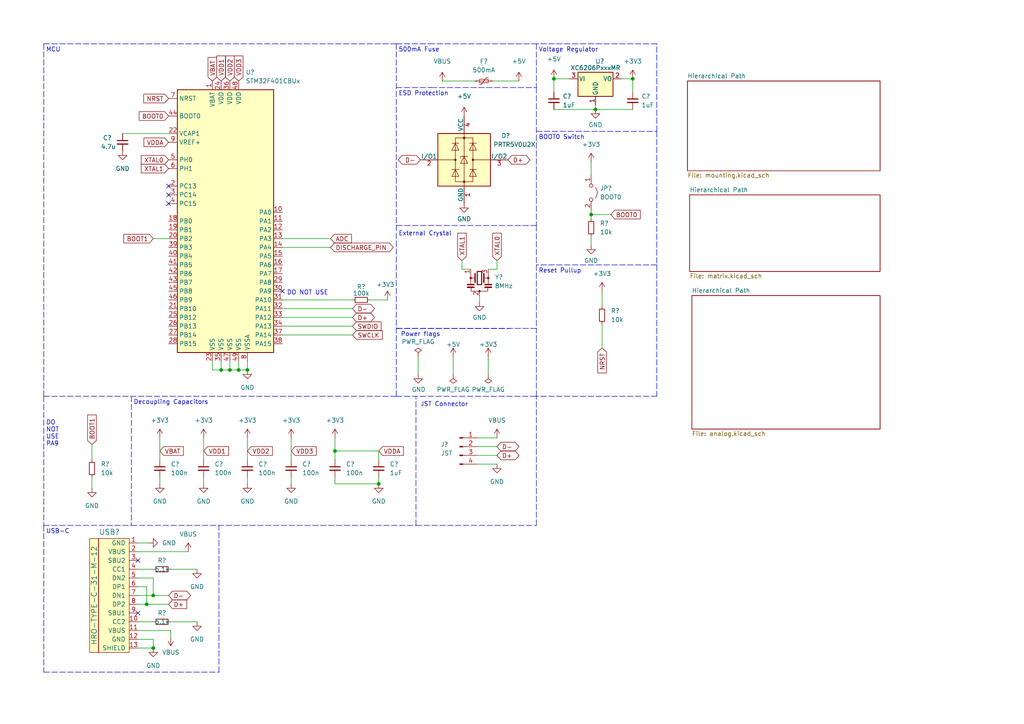
<source format=kicad_sch>
(kicad_sch (version 20211123) (generator eeschema)
  (paper "A4")
  (lib_symbols
    (symbol "Connector:Conn_01x04_Male" (pin_names (offset 1.016) hide)
      (property "Reference" "J" (at 0 5.08 0))
      (property "Value" "Conn_01x04_Male" (at 0 -7.62 0))
      (symbol "Conn_01x04_Male_1_1"
        (polyline (pts (xy 1.27 -5.08) (xy 0.8636 -5.08)) (stroke (width 0.1524)))
        (polyline (pts (xy 1.27 -2.54) (xy 0.8636 -2.54)) (stroke (width 0.1524)))
        (polyline (pts (xy 1.27 0) (xy 0.8636 0)) (stroke (width 0.1524)))
        (polyline (pts (xy 1.27 2.54) (xy 0.8636 2.54)) (stroke (width 0.1524)))
        (rectangle (start 0.8636 -4.953) (end 0 -5.207) (stroke (width 0.1524)) (fill (type outline)))
        (rectangle (start 0.8636 -2.413) (end 0 -2.667) (stroke (width 0.1524)) (fill (type outline)))
        (rectangle (start 0.8636 0.127) (end 0 -0.127) (stroke (width 0.1524)) (fill (type outline)))
        (rectangle (start 0.8636 2.667) (end 0 2.413) (stroke (width 0.1524)) (fill (type outline)))
        (pin passive line (at 5.08 2.54 180) (length 3.81) (name "Pin_1") (number "1"))
        (pin passive line (at 5.08 0 180) (length 3.81) (name "Pin_2") (number "2"))
        (pin passive line (at 5.08 -2.54 180) (length 3.81) (name "Pin_3") (number "3"))
        (pin passive line (at 5.08 -5.08 180) (length 3.81) (name "Pin_4") (number "4"))
      )
    )
    (symbol "Device:C_Small" (pin_numbers hide) (pin_names (offset 0.254) hide)
      (property "Reference" "C" (at 0.254 1.778 0))
      (property "Value" "C_Small" (at 0.254 -2.032 0))
      (symbol "C_Small_0_1"
        (polyline (pts (xy -1.524 -0.508) (xy 1.524 -0.508)) (stroke (width 0.3302)))
        (polyline (pts (xy -1.524 0.508) (xy 1.524 0.508)) (stroke (width 0.3048)))
      )
      (symbol "C_Small_1_1"
        (pin passive line (at 0 2.54 270) (length 2.032) (name "~") (number "1"))
        (pin passive line (at 0 -2.54 90) (length 2.032) (name "~") (number "2"))
      )
    )
    (symbol "Device:Polyfuse_Small" (pin_numbers hide) (pin_names (offset 0))
      (property "Reference" "F" (at -1.905 0 90))
      (property "Value" "Polyfuse_Small" (at 1.905 0 90))
      (symbol "Polyfuse_Small_0_1"
        (rectangle (start -0.508 1.27) (end 0.508 -1.27))
        (polyline (pts (xy 0 2.54) (xy 0 -2.54)))
        (polyline (pts (xy -1.016 1.27) (xy -1.016 0.762) (xy 1.016 -0.762) (xy 1.016 -1.27)))
      )
      (symbol "Polyfuse_Small_1_1"
        (pin passive line (at 0 2.54 270) (length 0.635) (name "~") (number "1"))
        (pin passive line (at 0 -2.54 90) (length 0.635) (name "~") (number "2"))
      )
    )
    (symbol "Device:R_Small" (pin_numbers hide) (pin_names (offset 0.254) hide)
      (property "Reference" "R" (at 0.762 0.508 0))
      (property "Value" "R_Small" (at 0.762 -1.016 0))
      (symbol "R_Small_0_1"
        (rectangle (start -0.762 1.778) (end 0.762 -1.778) (stroke (width 0.2032)))
      )
      (symbol "R_Small_1_1"
        (pin passive line (at 0 2.54 270) (length 0.762) (name "~") (number "1"))
        (pin passive line (at 0 -2.54 90) (length 0.762) (name "~") (number "2"))
      )
    )
    (symbol "Device:Resonator_Small" (pin_names (offset 1.016) hide)
      (property "Reference" "Y" (at 3.175 1.905 0))
      (property "Value" "Resonator_Small" (at 3.175 0 0))
      (symbol "Resonator_Small_0_1"
        (rectangle (start -3.556 -2.54) (end -1.524 -2.794) (fill (type outline)))
        (rectangle (start -3.556 -1.778) (end -1.524 -2.032) (fill (type outline)))
        (circle (center -2.54 0) (radius 0.254) (fill (type outline)))
        (rectangle (start -0.635 1.905) (end 0.635 -1.905) (stroke (width 0.3048)))
        (circle (center 0 -3.81) (radius 0.254) (fill (type outline)))
        (polyline (pts (xy -2.54 -1.778) (xy -2.54 0)))
        (polyline (pts (xy -2.54 0) (xy -1.397 0)))
        (polyline (pts (xy -2.54 1.27) (xy -2.54 0)))
        (polyline (pts (xy -1.27 -1.27) (xy -1.27 1.27)) (stroke (width 0.381)))
        (polyline (pts (xy 1.27 -1.27) (xy 1.27 1.27)) (stroke (width 0.381)))
        (polyline (pts (xy 1.27 0) (xy 2.54 0)))
        (polyline (pts (xy 2.54 0) (xy 2.54 -1.778)))
        (polyline (pts (xy 2.54 1.27) (xy 2.54 0)))
        (polyline (pts (xy 2.413 -2.794) (xy 2.413 -3.81) (xy -2.413 -3.81) (xy -2.413 -2.667)))
        (rectangle (start 1.524 -2.54) (end 3.556 -2.794) (fill (type outline)))
        (rectangle (start 1.524 -1.778) (end 3.556 -2.032) (fill (type outline)))
        (circle (center 2.54 0) (radius 0.254) (fill (type outline)))
      )
      (symbol "Resonator_Small_1_1"
        (pin passive line (at -2.54 2.54 270) (length 1.27) (name "1") (number "1"))
        (pin passive line (at 0 -5.08 90) (length 1.27) (name "2") (number "2"))
        (pin passive line (at 2.54 2.54 270) (length 1.27) (name "3") (number "3"))
      )
    )
    (symbol "Jumper:Jumper_2_Open" (pin_names (offset 0) hide)
      (property "Reference" "JP" (at 0 2.794 0))
      (property "Value" "Jumper_2_Open" (at 0 -2.286 0))
      (symbol "Jumper_2_Open_0_0"
        (circle (center -2.032 0) (radius 0.508))
        (circle (center 2.032 0) (radius 0.508))
      )
      (symbol "Jumper_2_Open_0_1"
        (arc (start 1.524 1.27) (mid 0 1.778) (end -1.524 1.27))
      )
      (symbol "Jumper_2_Open_1_1"
        (pin passive line (at -5.08 0 0) (length 2.54) (name "A") (number "1"))
        (pin passive line (at 5.08 0 180) (length 2.54) (name "B") (number "2"))
      )
    )
    (symbol "MCU_ST_STM32F4:STM32F401CBUx"
      (property "Reference" "U" (at -15.24 39.37 0))
      (property "Value" "STM32F401CBUx" (at 5.08 39.37 0))
      (symbol "STM32F401CBUx_0_1"
        (rectangle (start -15.24 -38.1) (end 12.7 38.1) (stroke (width 0.254)) (fill (type background)))
      )
      (symbol "STM32F401CBUx_1_1"
        (pin power_in line (at -5.08 40.64 270) (length 2.54) (name "VBAT") (number "1"))
        (pin bidirectional line (at 15.24 2.54 180) (length 2.54) (name "PA0") (number "10"))
        (pin bidirectional line (at 15.24 0 180) (length 2.54) (name "PA1") (number "11"))
        (pin bidirectional line (at 15.24 -2.54 180) (length 2.54) (name "PA2") (number "12"))
        (pin bidirectional line (at 15.24 -5.08 180) (length 2.54) (name "PA3") (number "13"))
        (pin bidirectional line (at 15.24 -7.62 180) (length 2.54) (name "PA4") (number "14"))
        (pin bidirectional line (at 15.24 -10.16 180) (length 2.54) (name "PA5") (number "15"))
        (pin bidirectional line (at 15.24 -12.7 180) (length 2.54) (name "PA6") (number "16"))
        (pin bidirectional line (at 15.24 -15.24 180) (length 2.54) (name "PA7") (number "17"))
        (pin bidirectional line (at -17.78 0 0) (length 2.54) (name "PB0") (number "18"))
        (pin bidirectional line (at -17.78 -2.54 0) (length 2.54) (name "PB1") (number "19"))
        (pin bidirectional line (at -17.78 10.16 0) (length 2.54) (name "PC13") (number "2"))
        (pin bidirectional line (at -17.78 -5.08 0) (length 2.54) (name "PB2") (number "20"))
        (pin bidirectional line (at -17.78 -25.4 0) (length 2.54) (name "PB10") (number "21"))
        (pin power_in line (at -17.78 25.4 0) (length 2.54) (name "VCAP1") (number "22"))
        (pin power_in line (at -5.08 -40.64 90) (length 2.54) (name "VSS") (number "23"))
        (pin power_in line (at -2.54 40.64 270) (length 2.54) (name "VDD") (number "24"))
        (pin bidirectional line (at -17.78 -27.94 0) (length 2.54) (name "PB12") (number "25"))
        (pin bidirectional line (at -17.78 -30.48 0) (length 2.54) (name "PB13") (number "26"))
        (pin bidirectional line (at -17.78 -33.02 0) (length 2.54) (name "PB14") (number "27"))
        (pin bidirectional line (at -17.78 -35.56 0) (length 2.54) (name "PB15") (number "28"))
        (pin bidirectional line (at 15.24 -17.78 180) (length 2.54) (name "PA8") (number "29"))
        (pin bidirectional line (at -17.78 7.62 0) (length 2.54) (name "PC14") (number "3"))
        (pin bidirectional line (at 15.24 -20.32 180) (length 2.54) (name "PA9") (number "30"))
        (pin bidirectional line (at 15.24 -22.86 180) (length 2.54) (name "PA10") (number "31"))
        (pin bidirectional line (at 15.24 -25.4 180) (length 2.54) (name "PA11") (number "32"))
        (pin bidirectional line (at 15.24 -27.94 180) (length 2.54) (name "PA12") (number "33"))
        (pin bidirectional line (at 15.24 -30.48 180) (length 2.54) (name "PA13") (number "34"))
        (pin power_in line (at -2.54 -40.64 90) (length 2.54) (name "VSS") (number "35"))
        (pin power_in line (at 0 40.64 270) (length 2.54) (name "VDD") (number "36"))
        (pin bidirectional line (at 15.24 -33.02 180) (length 2.54) (name "PA14") (number "37"))
        (pin bidirectional line (at 15.24 -35.56 180) (length 2.54) (name "PA15") (number "38"))
        (pin bidirectional line (at -17.78 -7.62 0) (length 2.54) (name "PB3") (number "39"))
        (pin bidirectional line (at -17.78 5.08 0) (length 2.54) (name "PC15") (number "4"))
        (pin bidirectional line (at -17.78 -10.16 0) (length 2.54) (name "PB4") (number "40"))
        (pin bidirectional line (at -17.78 -12.7 0) (length 2.54) (name "PB5") (number "41"))
        (pin bidirectional line (at -17.78 -15.24 0) (length 2.54) (name "PB6") (number "42"))
        (pin bidirectional line (at -17.78 -17.78 0) (length 2.54) (name "PB7") (number "43"))
        (pin input line (at -17.78 30.48 0) (length 2.54) (name "BOOT0") (number "44"))
        (pin bidirectional line (at -17.78 -20.32 0) (length 2.54) (name "PB8") (number "45"))
        (pin bidirectional line (at -17.78 -22.86 0) (length 2.54) (name "PB9") (number "46"))
        (pin power_in line (at 0 -40.64 90) (length 2.54) (name "VSS") (number "47"))
        (pin power_in line (at 2.54 40.64 270) (length 2.54) (name "VDD") (number "48"))
        (pin power_in line (at 2.54 -40.64 90) (length 2.54) (name "VSS") (number "49"))
        (pin input line (at -17.78 17.78 0) (length 2.54) (name "PH0") (number "5"))
        (pin input line (at -17.78 15.24 0) (length 2.54) (name "PH1") (number "6"))
        (pin input line (at -17.78 35.56 0) (length 2.54) (name "NRST") (number "7"))
        (pin power_in line (at 5.08 -40.64 90) (length 2.54) (name "VSSA") (number "8"))
        (pin power_in line (at -17.78 22.86 0) (length 2.54) (name "VREF+") (number "9"))
      )
    )
    (symbol "Power_Protection:PRTR5V0U2X" (pin_names (offset 0))
      (property "Reference" "D" (at 2.794 8.636 0))
      (property "Value" "PRTR5V0U2X" (at 8.128 -9.398 0))
      (symbol "PRTR5V0U2X_0_1"
        (rectangle (start -7.62 -7.62) (end 7.62 7.62) (stroke (width 0.254)) (fill (type background)))
        (circle (center -2.54 0) (radius 0.254) (fill (type outline)))
        (rectangle (start -2.54 6.35) (end 2.54 -6.35))
        (circle (center 0 -6.35) (radius 0.254) (fill (type outline)))
        (polyline (pts (xy -2.54 0) (xy -7.62 0)))
        (polyline (pts (xy -1.524 -2.794) (xy -3.556 -2.794)))
        (polyline (pts (xy -1.524 4.826) (xy -3.556 4.826)))
        (polyline (pts (xy 0 -7.62) (xy 0 7.62)))
        (polyline (pts (xy 1.524 -2.794) (xy 3.556 -2.794)))
        (polyline (pts (xy 1.524 4.826) (xy 3.556 4.826)))
        (polyline (pts (xy 2.54 0) (xy 7.62 0)))
        (polyline (pts (xy 1.016 1.016) (xy -1.016 1.016) (xy -1.016 0.508)))
        (polyline (pts (xy -3.556 -4.826) (xy -1.524 -4.826) (xy -2.54 -2.794) (xy -3.556 -4.826)))
        (polyline (pts (xy -3.556 2.794) (xy -1.524 2.794) (xy -2.54 4.826) (xy -3.556 2.794)))
        (polyline (pts (xy -1.016 -1.016) (xy 1.016 -1.016) (xy 0 1.016) (xy -1.016 -1.016)))
        (polyline (pts (xy 3.556 -4.826) (xy 1.524 -4.826) (xy 2.54 -2.794) (xy 3.556 -4.826)))
        (polyline (pts (xy 3.556 2.794) (xy 1.524 2.794) (xy 2.54 4.826) (xy 3.556 2.794)))
        (circle (center 0 6.35) (radius 0.254) (fill (type outline)))
        (circle (center 2.54 0) (radius 0.254) (fill (type outline)))
      )
      (symbol "PRTR5V0U2X_1_1"
        (pin passive line (at 0 -12.7 90) (length 5.08) (name "GND") (number "1"))
        (pin passive line (at -12.7 0 0) (length 5.08) (name "I/O1") (number "2"))
        (pin passive line (at 12.7 0 180) (length 5.08) (name "I/O2") (number "3"))
        (pin passive line (at 0 12.7 270) (length 5.08) (name "VCC") (number "4"))
      )
    )
    (symbol "Regulator_Linear:XC6206PxxxMR" (pin_names (offset 0.254))
      (property "Reference" "U" (at -3.81 3.175 0))
      (property "Value" "XC6206PxxxMR" (at 0 3.175 0))
      (symbol "XC6206PxxxMR_0_1"
        (rectangle (start -5.08 1.905) (end 5.08 -5.08) (stroke (width 0.254)) (fill (type background)))
      )
      (symbol "XC6206PxxxMR_1_1"
        (pin power_in line (at 0 -7.62 90) (length 2.54) (name "GND") (number "1"))
        (pin power_out line (at 7.62 0 180) (length 2.54) (name "VO") (number "2"))
        (pin power_in line (at -7.62 0 0) (length 2.54) (name "VI") (number "3"))
      )
    )
    (symbol "cipulot_parts:HRO-TYPE-C-31-M-12" (pin_names (offset 1.016))
      (property "Reference" "USB" (at -5.08 16.51 0))
      (property "Value" "HRO-TYPE-C-31-M-12" (at -10.16 -1.27 90))
      (symbol "HRO-TYPE-C-31-M-12_0_1"
        (rectangle (start -11.43 15.24) (end -8.89 -17.78) (fill (type background)))
        (rectangle (start 0 -17.78) (end -8.89 15.24) (fill (type background)))
      )
      (symbol "HRO-TYPE-C-31-M-12_1_1"
        (pin input line (at 2.54 13.97 180) (length 2.54) (name "GND") (number "1"))
        (pin input line (at 2.54 -8.89 180) (length 2.54) (name "CC2") (number "10"))
        (pin input line (at 2.54 -11.43 180) (length 2.54) (name "VBUS") (number "11"))
        (pin input line (at 2.54 -13.97 180) (length 2.54) (name "GND") (number "12"))
        (pin input line (at 2.54 -16.51 180) (length 2.54) (name "SHIELD") (number "13"))
        (pin input line (at 2.54 11.43 180) (length 2.54) (name "VBUS") (number "2"))
        (pin input line (at 2.54 8.89 180) (length 2.54) (name "SBU2") (number "3"))
        (pin input line (at 2.54 6.35 180) (length 2.54) (name "CC1") (number "4"))
        (pin input line (at 2.54 3.81 180) (length 2.54) (name "DN2") (number "5"))
        (pin input line (at 2.54 1.27 180) (length 2.54) (name "DP1") (number "6"))
        (pin input line (at 2.54 -1.27 180) (length 2.54) (name "DN1") (number "7"))
        (pin input line (at 2.54 -3.81 180) (length 2.54) (name "DP2") (number "8"))
        (pin input line (at 2.54 -6.35 180) (length 2.54) (name "SBU1") (number "9"))
      )
    )
    (symbol "power:+3.3V" (power) (pin_names (offset 0))
      (property "Value" "+3.3V" (at 0 3.556 0))
      (symbol "+3.3V_0_1"
        (polyline (pts (xy -0.762 1.27) (xy 0 2.54)))
        (polyline (pts (xy 0 0) (xy 0 2.54)))
        (polyline (pts (xy 0 2.54) (xy 0.762 1.27)))
      )
      (symbol "+3.3V_1_1"
        (pin power_in line (at 0 0 90) (length 0) hide (name "+3V3") (number "1"))
      )
    )
    (symbol "power:+5V" (power) (pin_names (offset 0))
      (property "Value" "+5V" (at 0 3.556 0))
      (symbol "+5V_0_1"
        (polyline (pts (xy -0.762 1.27) (xy 0 2.54)))
        (polyline (pts (xy 0 0) (xy 0 2.54)))
        (polyline (pts (xy 0 2.54) (xy 0.762 1.27)))
      )
      (symbol "+5V_1_1"
        (pin power_in line (at 0 0 90) (length 0) hide (name "+5V") (number "1"))
      )
    )
    (symbol "power:GND" (power) (pin_names (offset 0))
      (property "Value" "GND" (at 0 -3.81 0))
      (symbol "GND_0_1"
        (polyline (pts (xy 0 0) (xy 0 -1.27) (xy 1.27 -1.27) (xy 0 -2.54) (xy -1.27 -1.27) (xy 0 -1.27)))
      )
      (symbol "GND_1_1"
        (pin power_in line (at 0 0 270) (length 0) hide (name "GND") (number "1"))
      )
    )
    (symbol "power:PWR_FLAG" (power) (pin_numbers hide) (pin_names (offset 0) hide)
      (property "Value" "PWR_FLAG" (at 0 3.81 0))
      (symbol "PWR_FLAG_0_0"
        (pin power_out line (at 0 0 90) (length 0) (name "pwr") (number "1"))
      )
      (symbol "PWR_FLAG_0_1"
        (polyline (pts (xy 0 0) (xy 0 1.27) (xy -1.016 1.905) (xy 0 2.54) (xy 1.016 1.905) (xy 0 1.27)))
      )
    )
    (symbol "power:VBUS" (power) (pin_names (offset 0))
      (property "Value" "VBUS" (at 0 3.81 0))
      (symbol "VBUS_0_1"
        (polyline (pts (xy -0.762 1.27) (xy 0 2.54)))
        (polyline (pts (xy 0 0) (xy 0 2.54)))
        (polyline (pts (xy 0 2.54) (xy 0.762 1.27)))
      )
      (symbol "VBUS_1_1"
        (pin power_in line (at 0 0 90) (length 0) hide (name "VBUS") (number "1"))
      )
    )
  )
  (junction (at 71.755 107.315))
  (junction (at 69.215 107.315))
  (junction (at 44.45 172.72))
  (junction (at 109.855 140.335))
  (junction (at 44.45 187.96))
  (junction (at 42.545 175.26))
  (junction (at 183.515 22.86))
  (junction (at 97.155 130.81))
  (junction (at 66.675 107.315))
  (junction (at 171.45 62.23))
  (junction (at 160.655 22.86))
  (junction (at 172.72 31.75))
  (junction (at 64.135 107.315))
  (no_connect (at 81.915 84.455))
  (no_connect (at 40.005 162.56))
  (no_connect (at 48.895 56.515))
  (no_connect (at 48.895 53.975))
  (no_connect (at 48.895 59.055))
  (no_connect (at 40.005 177.8))
  (polyline (pts (xy 155.575 65.405) (xy 155.575 95.25)))
  (wire (pts (xy 42.545 170.18) (xy 42.545 175.26)))
  (wire (pts (xy 40.005 160.02) (xy 54.61 160.02)))
  (wire (pts (xy 35.56 38.735) (xy 48.895 38.735)))
  (polyline (pts (xy 114.935 12.7) (xy 124.46 12.7)))
  (polyline (pts (xy 12.7 12.7) (xy 12.7 114.935)))
  (wire (pts (xy 172.72 30.48) (xy 172.72 31.75)))
  (polyline (pts (xy 124.46 12.7) (xy 155.575 12.7)))
  (polyline (pts (xy 114.935 12.7) (xy 114.935 114.935)))
  (wire (pts (xy 141.605 78.105) (xy 144.145 78.105)))
  (wire (pts (xy 40.005 172.72) (xy 44.45 172.72)))
  (wire (pts (xy 84.455 138.43) (xy 84.455 140.335)))
  (wire (pts (xy 66.675 107.315) (xy 69.215 107.315)))
  (wire (pts (xy 107.315 86.995) (xy 112.395 86.995)))
  (wire (pts (xy 81.915 69.215) (xy 95.885 69.215)))
  (polyline (pts (xy 124.46 25.4) (xy 125.095 25.4)))
  (wire (pts (xy 174.625 84.455) (xy 174.625 88.9)))
  (wire (pts (xy 131.445 103.505) (xy 131.445 108.585)))
  (wire (pts (xy 138.43 134.62) (xy 144.145 134.62)))
  (wire (pts (xy 97.155 127) (xy 97.155 130.81)))
  (wire (pts (xy 49.53 180.34) (xy 57.15 180.34)))
  (wire (pts (xy 71.755 138.43) (xy 71.755 140.335)))
  (wire (pts (xy 40.005 167.64) (xy 44.45 167.64)))
  (wire (pts (xy 81.915 86.995) (xy 102.235 86.995)))
  (polyline (pts (xy 190.5 76.835) (xy 190.5 114.935)))
  (wire (pts (xy 61.595 104.775) (xy 61.595 107.315)))
  (polyline (pts (xy 114.935 95.25) (xy 147.955 95.25)))
  (polyline (pts (xy 155.575 25.4) (xy 155.575 65.405)))
  (wire (pts (xy 49.53 182.88) (xy 49.53 184.785)))
  (polyline (pts (xy 12.7 194.945) (xy 63.5 194.945)))
  (wire (pts (xy 44.45 172.72) (xy 48.895 172.72)))
  (wire (pts (xy 142.875 23.495) (xy 150.495 23.495)))
  (wire (pts (xy 40.005 170.18) (xy 42.545 170.18)))
  (polyline (pts (xy 120.65 152.4) (xy 120.65 114.935)))
  (wire (pts (xy 141.605 103.505) (xy 141.605 108.585)))
  (polyline (pts (xy 12.7 12.7) (xy 114.935 12.7)))
  (polyline (pts (xy 155.575 38.1) (xy 190.5 38.1)))
  (wire (pts (xy 180.34 22.86) (xy 183.515 22.86)))
  (wire (pts (xy 81.915 89.535) (xy 102.235 89.535)))
  (wire (pts (xy 42.545 175.26) (xy 48.895 175.26)))
  (wire (pts (xy 40.005 157.48) (xy 43.18 157.48)))
  (wire (pts (xy 64.135 104.775) (xy 64.135 107.315)))
  (wire (pts (xy 66.675 104.775) (xy 66.675 107.315)))
  (wire (pts (xy 160.655 22.86) (xy 165.1 22.86)))
  (wire (pts (xy 109.855 138.43) (xy 109.855 140.335)))
  (polyline (pts (xy 190.5 76.835) (xy 155.575 76.835)))
  (polyline (pts (xy 155.575 114.935) (xy 155.575 95.25)))
  (wire (pts (xy 138.43 132.08) (xy 144.145 132.08)))
  (wire (pts (xy 40.005 180.34) (xy 44.45 180.34)))
  (polyline (pts (xy 114.935 25.4) (xy 124.46 25.4)))
  (polyline (pts (xy 12.7 152.4) (xy 12.7 194.945)))
  (wire (pts (xy 136.525 78.105) (xy 133.985 78.105)))
  (wire (pts (xy 81.915 97.155) (xy 102.235 97.155)))
  (wire (pts (xy 160.655 31.75) (xy 172.72 31.75)))
  (wire (pts (xy 171.45 62.23) (xy 171.45 63.5)))
  (wire (pts (xy 97.155 130.81) (xy 109.855 130.81)))
  (polyline (pts (xy 63.5 194.945) (xy 63.5 152.4)))
  (wire (pts (xy 160.655 26.67) (xy 160.655 22.86)))
  (wire (pts (xy 171.45 46.99) (xy 171.45 50.8)))
  (polyline (pts (xy 190.5 114.935) (xy 155.575 114.935)))
  (wire (pts (xy 26.67 138.43) (xy 26.67 141.605)))
  (wire (pts (xy 44.45 69.215) (xy 48.895 69.215)))
  (polyline (pts (xy 120.65 152.4) (xy 155.575 152.4)))
  (wire (pts (xy 84.455 127) (xy 84.455 133.35)))
  (wire (pts (xy 174.625 93.98) (xy 174.625 100.965)))
  (wire (pts (xy 64.135 107.315) (xy 66.675 107.315)))
  (polyline (pts (xy 190.5 12.7) (xy 155.575 12.7)))
  (polyline (pts (xy 12.7 114.935) (xy 12.7 152.4)))
  (wire (pts (xy 81.915 92.075) (xy 102.235 92.075)))
  (polyline (pts (xy 12.7 152.4) (xy 38.1 152.4)))
  (polyline (pts (xy 38.1 152.4) (xy 120.65 152.4)))
  (wire (pts (xy 144.145 75.565) (xy 144.145 78.105)))
  (polyline (pts (xy 114.935 114.935) (xy 155.575 114.935)))
  (wire (pts (xy 71.755 127) (xy 71.755 133.35)))
  (wire (pts (xy 138.43 129.54) (xy 144.145 129.54)))
  (wire (pts (xy 49.53 165.1) (xy 57.15 165.1)))
  (wire (pts (xy 69.215 104.775) (xy 69.215 107.315)))
  (wire (pts (xy 44.45 167.64) (xy 44.45 172.72)))
  (polyline (pts (xy 190.5 38.1) (xy 190.5 12.7)))
  (wire (pts (xy 97.155 138.43) (xy 97.155 140.335)))
  (polyline (pts (xy 155.575 12.7) (xy 155.575 25.4)))
  (wire (pts (xy 109.855 130.81) (xy 109.855 133.35)))
  (polyline (pts (xy 114.935 114.935) (xy 12.7 114.935)))
  (wire (pts (xy 183.515 22.86) (xy 183.515 26.67)))
  (wire (pts (xy 40.005 187.96) (xy 44.45 187.96)))
  (polyline (pts (xy 155.575 65.405) (xy 114.935 65.405)))
  (polyline (pts (xy 190.5 38.1) (xy 190.5 76.835)))
  (wire (pts (xy 69.215 107.315) (xy 71.755 107.315)))
  (polyline (pts (xy 125.095 25.4) (xy 155.575 25.4)))
  (polyline (pts (xy 38.1 114.935) (xy 38.1 152.4)))
  (wire (pts (xy 40.005 182.88) (xy 49.53 182.88)))
  (wire (pts (xy 46.355 127) (xy 46.355 133.35)))
  (wire (pts (xy 138.43 127) (xy 144.145 127)))
  (wire (pts (xy 171.45 68.58) (xy 171.45 71.12)))
  (wire (pts (xy 26.67 128.905) (xy 26.67 133.35)))
  (wire (pts (xy 139.065 85.725) (xy 139.065 87.63)))
  (wire (pts (xy 44.45 185.42) (xy 44.45 187.96)))
  (wire (pts (xy 171.45 60.96) (xy 171.45 62.23)))
  (wire (pts (xy 81.915 71.755) (xy 95.885 71.755)))
  (wire (pts (xy 61.595 107.315) (xy 64.135 107.315)))
  (wire (pts (xy 133.985 75.565) (xy 133.985 78.105)))
  (wire (pts (xy 97.155 130.81) (xy 97.155 133.35)))
  (wire (pts (xy 128.27 23.495) (xy 137.795 23.495)))
  (wire (pts (xy 59.055 138.43) (xy 59.055 140.335)))
  (polyline (pts (xy 155.575 95.25) (xy 114.935 95.25)))
  (wire (pts (xy 81.915 94.615) (xy 102.235 94.615)))
  (wire (pts (xy 172.72 31.75) (xy 183.515 31.75)))
  (wire (pts (xy 40.005 165.1) (xy 44.45 165.1)))
  (wire (pts (xy 121.285 103.505) (xy 121.285 108.585)))
  (wire (pts (xy 59.055 127) (xy 59.055 133.35)))
  (wire (pts (xy 97.155 140.335) (xy 109.855 140.335)))
  (wire (pts (xy 46.355 138.43) (xy 46.355 140.335)))
  (wire (pts (xy 171.45 62.23) (xy 177.165 62.23)))
  (wire (pts (xy 71.755 104.775) (xy 71.755 107.315)))
  (polyline (pts (xy 155.575 152.4) (xy 155.575 114.935)))
  (wire (pts (xy 40.005 185.42) (xy 44.45 185.42)))
  (wire (pts (xy 40.005 175.26) (xy 42.545 175.26)))
  (text "Decoupling Capacitors\n" (at 38.735 117.475 0) (effects (font (size 1.27 1.27)) (justify left bottom)))
  (text "JST Connector" (at 121.92 118.11 0) (effects (font (size 1.27 1.27)) (justify left bottom)))
  (text "Voltage Regulator" (at 156.21 15.24 0) (effects (font (size 1.27 1.27)) (justify left bottom)))
  (text "USB-C\n" (at 13.335 154.94 0) (effects (font (size 1.27 1.27)) (justify left bottom)))
  (text "ESD Protection" (at 115.57 27.94 0) (effects (font (size 1.27 1.27)) (justify left bottom)))
  (text "DO NOT USE" (at 83.185 85.725 0) (effects (font (size 1.27 1.27)) (justify left bottom)))
  (text "MCU\n" (at 13.335 15.24 0) (effects (font (size 1.27 1.27)) (justify left bottom)))
  (text "BOOT0 Switch" (at 156.21 40.64 0) (effects (font (size 1.27 1.27)) (justify left bottom)))
  (text "Power flags\n" (at 116.205 97.79 0) (effects (font (size 1.27 1.27)) (justify left bottom)))
  (text "External Crystal\n" (at 115.57 68.58 0) (effects (font (size 1.27 1.27)) (justify left bottom)))
  (text "Reset Pullup\n" (at 156.21 79.375 0) (effects (font (size 1.27 1.27)) (justify left bottom)))
  (text "DO \nNOT \nUSE \nPA9" (at 13.335 129.54 0) (effects (font (size 1.27 1.27)) (justify left bottom)))
  (text "500mA Fuse\n" (at 115.57 15.24 0) (effects (font (size 1.27 1.27)) (justify left bottom)))
  (global_label "ADC" (shape input) (at 95.885 69.215 0) (property "Intersheet References" "${INTERSHEET_REFS}" (effects hide)))
  (global_label "XTAL1" (shape input) (at 48.895 48.895 180) (property "Intersheet References" "${INTERSHEET_REFS}" (effects hide)))
  (global_label "VDD2" (shape input) (at 71.755 130.81 0) (property "Intersheet References" "${INTERSHEET_REFS}" (effects hide)))
  (global_label "BOOT0" (shape input) (at 177.165 62.23 0) (property "Intersheet References" "${INTERSHEET_REFS}" (effects hide)))
  (global_label "XTAL0" (shape input) (at 144.145 75.565 90) (property "Intersheet References" "${INTERSHEET_REFS}" (effects hide)))
  (global_label "VDDA" (shape input) (at 48.895 41.275 180) (property "Intersheet References" "${INTERSHEET_REFS}" (effects hide)))
  (global_label "VDD2" (shape input) (at 66.675 23.495 90) (property "Intersheet References" "${INTERSHEET_REFS}" (effects hide)))
  (global_label "BOOT0" (shape input) (at 48.895 33.655 180) (property "Intersheet References" "${INTERSHEET_REFS}" (effects hide)))
  (global_label "D-" (shape bidirectional) (at 121.92 46.355 180) (property "Intersheet References" "${INTERSHEET_REFS}" (effects hide)))
  (global_label "D+" (shape bidirectional) (at 144.145 132.08 0) (property "Intersheet References" "${INTERSHEET_REFS}" (effects hide)))
  (global_label "NRST" (shape input) (at 48.895 28.575 180) (property "Intersheet References" "${INTERSHEET_REFS}" (effects hide)))
  (global_label "D+" (shape bidirectional) (at 102.235 92.075 0) (property "Intersheet References" "${INTERSHEET_REFS}" (effects hide)))
  (global_label "DISCHARGE_PIN" (shape bidirectional) (at 95.885 71.755 0) (property "Intersheet References" "${INTERSHEET_REFS}" (effects hide)))
  (global_label "D-" (shape bidirectional) (at 48.895 172.72 0) (property "Intersheet References" "${INTERSHEET_REFS}" (effects hide)))
  (global_label "VDD3" (shape input) (at 84.455 130.81 0) (property "Intersheet References" "${INTERSHEET_REFS}" (effects hide)))
  (global_label "VDD1" (shape input) (at 59.055 130.81 0) (property "Intersheet References" "${INTERSHEET_REFS}" (effects hide)))
  (global_label "D+" (shape bidirectional) (at 147.32 46.355 0) (property "Intersheet References" "${INTERSHEET_REFS}" (effects hide)))
  (global_label "VDD1" (shape input) (at 64.135 23.495 90) (property "Intersheet References" "${INTERSHEET_REFS}" (effects hide)))
  (global_label "VDDA" (shape input) (at 109.855 130.81 0) (property "Intersheet References" "${INTERSHEET_REFS}" (effects hide)))
  (global_label "D+" (shape input) (at 48.895 175.26 0) (property "Intersheet References" "${INTERSHEET_REFS}" (effects hide)))
  (global_label "D-" (shape bidirectional) (at 144.145 129.54 0) (property "Intersheet References" "${INTERSHEET_REFS}" (effects hide)))
  (global_label "VBAT" (shape input) (at 46.355 130.81 0) (property "Intersheet References" "${INTERSHEET_REFS}" (effects hide)))
  (global_label "XTAL1" (shape input) (at 133.985 75.565 90) (property "Intersheet References" "${INTERSHEET_REFS}" (effects hide)))
  (global_label "NRST" (shape input) (at 174.625 100.965 270) (property "Intersheet References" "${INTERSHEET_REFS}" (effects hide)))
  (global_label "SWCLK" (shape input) (at 102.235 97.155 0) (property "Intersheet References" "${INTERSHEET_REFS}" (effects hide)))
  (global_label "SWDIO" (shape input) (at 102.235 94.615 0) (property "Intersheet References" "${INTERSHEET_REFS}" (effects hide)))
  (global_label "BOOT1" (shape input) (at 44.45 69.215 180) (property "Intersheet References" "${INTERSHEET_REFS}" (effects hide)))
  (global_label "XTAL0" (shape input) (at 48.895 46.355 180) (property "Intersheet References" "${INTERSHEET_REFS}" (effects hide)))
  (global_label "VDD3" (shape input) (at 69.215 23.495 90) (property "Intersheet References" "${INTERSHEET_REFS}" (effects hide)))
  (global_label "BOOT1" (shape input) (at 26.67 128.905 90) (property "Intersheet References" "${INTERSHEET_REFS}" (effects hide)))
  (global_label "VBAT" (shape input) (at 61.595 23.495 90) (property "Intersheet References" "${INTERSHEET_REFS}" (effects hide)))
  (global_label "D-" (shape bidirectional) (at 102.235 89.535 0) (property "Intersheet References" "${INTERSHEET_REFS}" (effects hide)))
  (symbol (lib_id "power:PWR_FLAG") (at 141.605 108.585 180) (unit 1)
    (property "Reference" "#FLG?" (effects hide))
    (property "Value" "PWR_FLAG" (at 141.605 112.9792 0))
  )
  (symbol (lib_id "power:PWR_FLAG") (at 121.285 103.505 0) (unit 1)
    (property "Reference" "#FLG?" (effects hide))
    (property "Value" "PWR_FLAG" (at 121.285 99.1108 0))
  )
  (symbol (lib_id "Jumper:Jumper_2_Open") (at 171.45 55.88 270) (unit 1)
    (property "Reference" "JP?" (at 173.99 54.6099 90) (effects (justify left)))
    (property "Value" "BOOT0" (at 173.99 57.1499 90) (effects (justify left)))
  )
  (symbol (lib_id "power:+3.3V") (at 97.155 127 0) (unit 1)
    (property "Reference" "#PWR?" (effects hide))
    (property "Value" "+3.3V" (at 97.155 121.92 0))
  )
  (symbol (lib_id "power:+5V") (at 150.495 23.495 0) (unit 1)
    (property "Reference" "#PWR?" (effects hide))
    (property "Value" "+5V" (at 150.495 17.78 0))
  )
  (symbol (lib_id "power:+3.3V") (at 112.395 86.995 0) (unit 1)
    (property "Reference" "#PWR?" (effects hide))
    (property "Value" "+3.3V" (at 111.76 82.55 0))
  )
  (symbol (lib_id "Device:R_Small") (at 46.99 165.1 90) (unit 1)
    (property "Reference" "R?" (at 46.99 162.56 90))
    (property "Value" "5.1k" (at 46.99 165.1 90))
  )
  (symbol (lib_id "MCU_ST_STM32F4:STM32F401CBUx") (at 66.675 64.135 0) (unit 1)
    (property "Reference" "U?" (at 71.2344 20.955 0) (effects (justify left)))
    (property "Value" "STM32F401CBUx" (at 71.2344 23.495 0) (effects (justify left)))
    (property "Footprint" "Package_DFN_QFN:QFN-48-1EP_7x7mm_P0.5mm_EP5.6x5.6mm" (effects hide))
    (property "Datasheet" "http://www.st.com/st-web-ui/static/active/en/resource/technical/document/datasheet/DM00086815.pdf" (effects hide))
  )
  (symbol (lib_id "Device:C_Small") (at 109.855 135.89 0) (unit 1)
    (property "Reference" "C?" (at 113.03 134.6262 0) (effects (justify left)))
    (property "Value" "1uF" (at 113.03 137.1662 0) (effects (justify left)))
  )
  (symbol (lib_id "power:+5V") (at 131.445 103.505 0) (unit 1)
    (property "Reference" "#PWR?" (effects hide))
    (property "Value" "+5V" (at 131.445 99.9005 0))
  )
  (symbol (lib_id "power:GND") (at 71.755 140.335 0) (unit 1)
    (property "Reference" "#PWR?" (effects hide))
    (property "Value" "GND" (at 71.755 145.415 0))
  )
  (symbol (lib_id "Device:C_Small") (at 71.755 135.89 0) (unit 1)
    (property "Reference" "C?" (at 74.93 134.6262 0) (effects (justify left)))
    (property "Value" "100n" (at 74.93 137.1662 0) (effects (justify left)))
  )
  (symbol (lib_id "Device:C_Small") (at 46.355 135.89 0) (unit 1)
    (property "Reference" "C?" (at 49.53 134.6262 0) (effects (justify left)))
    (property "Value" "100n" (at 49.53 137.1662 0) (effects (justify left)))
  )
  (symbol (lib_id "Device:R_Small") (at 104.775 86.995 90) (unit 1)
    (property "Reference" "R?" (at 104.775 83.185 90))
    (property "Value" "100k" (at 104.775 85.09 90))
  )
  (symbol (lib_id "power:GND") (at 121.285 108.585 0) (unit 1)
    (property "Reference" "#PWR?" (effects hide))
    (property "Value" "GND" (at 121.412 112.9792 0))
  )
  (symbol (lib_id "power:GND") (at 171.45 71.12 0) (unit 1)
    (property "Reference" "#PWR?" (effects hide))
    (property "Value" "GND" (at 171.45 75.565 0))
  )
  (symbol (lib_id "Device:R_Small") (at 46.99 180.34 90) (unit 1)
    (property "Reference" "R?" (at 46.99 177.8 90))
    (property "Value" "5.1k" (at 46.99 180.34 90))
  )
  (symbol (lib_id "power:GND") (at 57.15 165.1 0) (unit 1)
    (property "Reference" "#PWR?" (effects hide))
    (property "Value" "GND" (at 57.15 170.18 0))
  )
  (symbol (lib_id "power:GND") (at 43.18 157.48 90) (unit 1)
    (property "Reference" "#PWR?" (effects hide))
    (property "Value" "GND" (at 46.99 157.4799 90) (effects (justify right)))
  )
  (symbol (lib_id "power:PWR_FLAG") (at 131.445 108.585 180) (unit 1)
    (property "Reference" "#FLG?" (effects hide))
    (property "Value" "PWR_FLAG" (at 131.445 112.9792 0))
  )
  (symbol (lib_id "power:GND") (at 109.855 140.335 0) (unit 1)
    (property "Reference" "#PWR?" (effects hide))
    (property "Value" "GND" (at 109.855 145.415 0))
  )
  (symbol (lib_id "power:VBUS") (at 54.61 160.02 0) (unit 1)
    (property "Reference" "#PWR?" (effects hide))
    (property "Value" "VBUS" (at 54.61 154.94 0))
  )
  (symbol (lib_id "power:GND") (at 35.56 43.815 0) (unit 1)
    (property "Reference" "#PWR?" (effects hide))
    (property "Value" "GND" (at 35.56 48.895 0))
  )
  (symbol (lib_id "power:GND") (at 44.45 187.96 0) (unit 1)
    (property "Reference" "#PWR?" (effects hide))
    (property "Value" "GND" (at 44.45 193.04 0))
  )
  (symbol (lib_id "cipulot_parts:HRO-TYPE-C-31-M-12") (at 37.465 171.45 0) (unit 1)
    (property "Reference" "USB?" (at 31.75 154.305 0) (effects (font (size 1.524 1.524))))
    (property "Value" "HRO-TYPE-C-31-M-12" (at 27.305 172.72 90) (effects (font (size 1.524 1.524))))
  )
  (symbol (lib_id "Device:C_Small") (at 35.56 41.275 0) (unit 1)
    (property "Reference" "C?" (at 29.845 40.005 0) (effects (justify left)))
    (property "Value" "4.7u" (at 29.21 42.545 0) (effects (justify left)))
  )
  (symbol (lib_id "power:GND") (at 134.62 59.055 0) (unit 1)
    (property "Reference" "#PWR?" (effects hide))
    (property "Value" "GND" (at 134.62 63.5 0))
  )
  (symbol (lib_id "power:+3.3V") (at 84.455 127 0) (unit 1)
    (property "Reference" "#PWR?" (effects hide))
    (property "Value" "+3.3V" (at 84.455 121.92 0))
  )
  (symbol (lib_id "power:+3.3V") (at 141.605 103.505 0) (unit 1)
    (property "Reference" "#PWR?" (effects hide))
    (property "Value" "+3.3V" (at 141.605 99.9005 0))
  )
  (symbol (lib_id "power:+3.3V") (at 171.45 46.99 0) (unit 1)
    (property "Reference" "#PWR?" (effects hide))
    (property "Value" "+3.3V" (at 171.45 41.91 0))
  )
  (symbol (lib_id "Power_Protection:PRTR5V0U2X") (at 134.62 46.355 0) (unit 1)
    (property "Reference" "D?" (at 146.685 39.37 0))
    (property "Value" "PRTR5V0U2X" (at 149.225 41.91 0))
    (property "Footprint" "Package_TO_SOT_SMD:SOT-143" (effects hide))
    (property "Datasheet" "https://assets.nexperia.com/documents/data-sheet/PRTR5V0U2X.pdf" (effects hide))
  )
  (symbol (lib_id "power:GND") (at 71.755 107.315 0) (unit 1)
    (property "Reference" "#PWR?" (effects hide))
    (property "Value" "GND" (at 71.755 112.395 0))
  )
  (symbol (lib_id "Device:R_Small") (at 171.45 66.04 0) (unit 1)
    (property "Reference" "R?" (at 173.99 64.7699 0) (effects (justify left)))
    (property "Value" "10k" (at 173.99 67.3099 0) (effects (justify left)))
  )
  (symbol (lib_id "power:GND") (at 139.065 87.63 0) (unit 1)
    (property "Reference" "#PWR?" (effects hide))
    (property "Value" "GND" (at 139.065 92.075 0))
  )
  (symbol (lib_id "power:GND") (at 46.355 140.335 0) (unit 1)
    (property "Reference" "#PWR?" (effects hide))
    (property "Value" "GND" (at 46.355 145.415 0))
  )
  (symbol (lib_id "power:VBUS") (at 144.145 127 0) (unit 1)
    (property "Reference" "#PWR?" (effects hide))
    (property "Value" "VBUS" (at 144.145 121.92 0))
  )
  (symbol (lib_id "Device:C_Small") (at 160.655 29.21 0) (unit 1)
    (property "Reference" "C?" (at 163.195 27.9462 0) (effects (justify left)))
    (property "Value" "1uF" (at 163.195 30.4862 0) (effects (justify left)))
  )
  (symbol (lib_id "Device:R_Small") (at 26.67 135.89 0) (unit 1)
    (property "Reference" "R?" (at 29.21 134.6199 0) (effects (justify left)))
    (property "Value" "10k" (at 29.21 137.1599 0) (effects (justify left)))
  )
  (symbol (lib_id "Device:R_Small") (at 174.625 91.44 0) (unit 1)
    (property "Reference" "R?" (at 177.165 90.1699 0) (effects (justify left)))
    (property "Value" "10k" (at 177.165 92.7099 0) (effects (justify left)))
  )
  (symbol (lib_id "Device:C_Small") (at 59.055 135.89 0) (unit 1)
    (property "Reference" "C?" (at 62.23 134.6262 0) (effects (justify left)))
    (property "Value" "100n" (at 62.23 137.1662 0) (effects (justify left)))
  )
  (symbol (lib_id "power:GND") (at 172.72 31.75 0) (unit 1)
    (property "Reference" "#PWR?" (effects hide))
    (property "Value" "GND" (at 172.72 36.195 0))
  )
  (symbol (lib_id "power:+3.3V") (at 46.355 127 0) (unit 1)
    (property "Reference" "#PWR?" (effects hide))
    (property "Value" "+3.3V" (at 46.355 121.92 0))
  )
  (symbol (lib_id "Connector:Conn_01x04_Male") (at 133.35 129.54 0) (unit 1)
    (property "Reference" "J?" (at 128.905 128.905 0))
    (property "Value" "JST" (at 129.54 131.445 0))
  )
  (symbol (lib_id "Device:Resonator_Small") (at 139.065 80.645 0) (unit 1)
    (property "Reference" "Y?" (at 143.51 80.3782 0) (effects (justify left)))
    (property "Value" "8MHz" (at 143.51 82.9182 0) (effects (justify left)))
  )
  (symbol (lib_id "power:GND") (at 59.055 140.335 0) (unit 1)
    (property "Reference" "#PWR?" (effects hide))
    (property "Value" "GND" (at 59.055 145.415 0))
  )
  (symbol (lib_id "power:GND") (at 26.67 141.605 0) (unit 1)
    (property "Reference" "#PWR?" (effects hide))
    (property "Value" "GND" (at 26.67 146.685 0))
  )
  (symbol (lib_id "power:+3.3V") (at 59.055 127 0) (unit 1)
    (property "Reference" "#PWR?" (effects hide))
    (property "Value" "+3.3V" (at 59.055 121.92 0))
  )
  (symbol (lib_id "power:VBUS") (at 49.53 184.785 180) (unit 1)
    (property "Reference" "#PWR?" (effects hide))
    (property "Value" "VBUS" (at 49.53 189.23 0))
  )
  (symbol (lib_id "power:VBUS") (at 128.27 23.495 0) (unit 1)
    (property "Reference" "#PWR?" (effects hide))
    (property "Value" "VBUS" (at 128.27 17.78 0))
  )
  (symbol (lib_id "power:+3.3V") (at 183.515 22.86 0) (unit 1)
    (property "Reference" "#PWR?" (effects hide))
    (property "Value" "+3.3V" (at 183.515 17.78 0))
  )
  (symbol (lib_id "Device:C_Small") (at 183.515 29.21 0) (unit 1)
    (property "Reference" "C?" (at 186.055 27.9462 0) (effects (justify left)))
    (property "Value" "1uF" (at 186.055 30.4862 0) (effects (justify left)))
  )
  (symbol (lib_id "Device:Polyfuse_Small") (at 140.335 23.495 90) (unit 1)
    (property "Reference" "F?" (at 140.335 17.78 90))
    (property "Value" "500mA" (at 140.335 20.32 90))
  )
  (symbol (lib_id "power:GND") (at 144.145 134.62 0) (unit 1)
    (property "Reference" "#PWR?" (effects hide))
    (property "Value" "GND" (at 144.145 139.7 0))
  )
  (symbol (lib_id "Regulator_Linear:XC6206PxxxMR") (at 172.72 22.86 0) (unit 1)
    (property "Reference" "U?" (at 173.99 17.78 0))
    (property "Value" "XC6206PxxxMR" (at 172.72 19.685 0))
    (property "Footprint" "Package_TO_SOT_SMD:SOT-23" (effects hide))
    (property "Datasheet" "https://www.torexsemi.com/file/xc6206/XC6206.pdf" (effects hide))
  )
  (symbol (lib_id "power:+5V") (at 134.62 33.655 0) (unit 1)
    (property "Reference" "#PWR?" (effects hide))
    (property "Value" "+5V" (at 134.62 27.94 0))
  )
  (symbol (lib_id "power:+3.3V") (at 71.755 127 0) (unit 1)
    (property "Reference" "#PWR?" (effects hide))
    (property "Value" "+3.3V" (at 71.755 121.92 0))
  )
  (symbol (lib_id "Device:C_Small") (at 84.455 135.89 0) (unit 1)
    (property "Reference" "C?" (at 87.63 134.6262 0) (effects (justify left)))
    (property "Value" "100n" (at 87.63 137.1662 0) (effects (justify left)))
  )
  (symbol (lib_id "power:GND") (at 84.455 140.335 0) (unit 1)
    (property "Reference" "#PWR?" (effects hide))
    (property "Value" "GND" (at 84.455 145.415 0))
  )
  (symbol (lib_id "Device:C_Small") (at 97.155 135.89 0) (unit 1)
    (property "Reference" "C?" (at 100.33 134.6262 0) (effects (justify left)))
    (property "Value" "100n" (at 100.33 137.1662 0) (effects (justify left)))
  )
  (symbol (lib_id "power:+5V") (at 160.655 22.86 0) (unit 1)
    (property "Reference" "#PWR?" (effects hide))
    (property "Value" "+5V" (at 160.655 17.145 0))
  )
  (symbol (lib_id "power:GND") (at 57.15 180.34 0) (unit 1)
    (property "Reference" "#PWR?" (effects hide))
    (property "Value" "GND" (at 57.15 185.42 0))
  )
  (symbol (lib_id "power:+3.3V") (at 174.625 84.455 0) (unit 1)
    (property "Reference" "#PWR?" (effects hide))
    (property "Value" "+3.3V" (at 174.625 79.375 0))
  )
  (sheet (at 200.66 85.725) (size 54.61 38.735) (stroke (width 0.1524))
    (property "Sheet name" "Hierarchical Path" (at 200.66 85.0134 0) (effects (justify left bottom)))
    (property "Sheet file" "analog.kicad_sch" (at 200.66 125.0446 0) (effects (justify left top)))
  )
  (sheet (at 200.025 56.515) (size 55.245 22.225) (stroke (width 0.1524))
    (property "Sheet name" "Hierarchical Path" (at 200.025 55.8034 0) (effects (justify left bottom)))
    (property "Sheet file" "matrix.kicad_sch" (at 200.025 79.3246 0) (effects (justify left top)))
  )
  (sheet (at 199.39 23.495) (size 55.88 26.035) (stroke (width 0.1524))
    (property "Sheet name" "Hierarchical Path" (at 199.39 22.7834 0) (effects (justify left bottom)))
    (property "Sheet file" "mounting.kicad_sch" (at 199.39 50.1146 0) (effects (justify left top)))
  )
)
</source>
